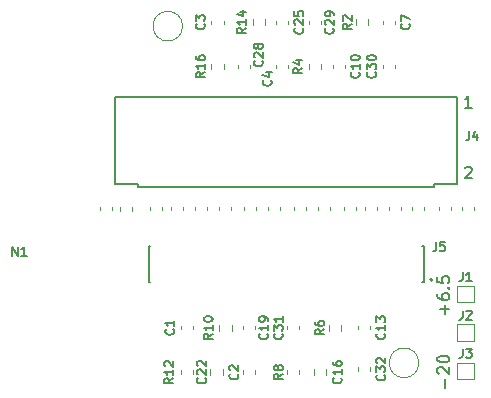
<source format=gbr>
%TF.GenerationSoftware,KiCad,Pcbnew,7.0.6-7.0.6~ubuntu22.04.1*%
%TF.CreationDate,2023-07-31T15:05:58-04:00*%
%TF.ProjectId,readout-box,72656164-6f75-4742-9d62-6f782e6b6963,rev?*%
%TF.SameCoordinates,Original*%
%TF.FileFunction,Legend,Top*%
%TF.FilePolarity,Positive*%
%FSLAX46Y46*%
G04 Gerber Fmt 4.6, Leading zero omitted, Abs format (unit mm)*
G04 Created by KiCad (PCBNEW 7.0.6-7.0.6~ubuntu22.04.1) date 2023-07-31 15:05:58*
%MOMM*%
%LPD*%
G01*
G04 APERTURE LIST*
%ADD10C,0.150000*%
%ADD11C,0.127000*%
%ADD12C,0.120000*%
%ADD13C,0.100000*%
%ADD14C,0.200000*%
G04 APERTURE END LIST*
D10*
X73738866Y-61163220D02*
X73738866Y-60401316D01*
X74119819Y-60782268D02*
X73357914Y-60782268D01*
X73119819Y-59496554D02*
X73119819Y-59687030D01*
X73119819Y-59687030D02*
X73167438Y-59782268D01*
X73167438Y-59782268D02*
X73215057Y-59829887D01*
X73215057Y-59829887D02*
X73357914Y-59925125D01*
X73357914Y-59925125D02*
X73548390Y-59972744D01*
X73548390Y-59972744D02*
X73929342Y-59972744D01*
X73929342Y-59972744D02*
X74024580Y-59925125D01*
X74024580Y-59925125D02*
X74072200Y-59877506D01*
X74072200Y-59877506D02*
X74119819Y-59782268D01*
X74119819Y-59782268D02*
X74119819Y-59591792D01*
X74119819Y-59591792D02*
X74072200Y-59496554D01*
X74072200Y-59496554D02*
X74024580Y-59448935D01*
X74024580Y-59448935D02*
X73929342Y-59401316D01*
X73929342Y-59401316D02*
X73691247Y-59401316D01*
X73691247Y-59401316D02*
X73596009Y-59448935D01*
X73596009Y-59448935D02*
X73548390Y-59496554D01*
X73548390Y-59496554D02*
X73500771Y-59591792D01*
X73500771Y-59591792D02*
X73500771Y-59782268D01*
X73500771Y-59782268D02*
X73548390Y-59877506D01*
X73548390Y-59877506D02*
X73596009Y-59925125D01*
X73596009Y-59925125D02*
X73691247Y-59972744D01*
X74024580Y-58972744D02*
X74072200Y-58925125D01*
X74072200Y-58925125D02*
X74119819Y-58972744D01*
X74119819Y-58972744D02*
X74072200Y-59020363D01*
X74072200Y-59020363D02*
X74024580Y-58972744D01*
X74024580Y-58972744D02*
X74119819Y-58972744D01*
X73119819Y-58020364D02*
X73119819Y-58496554D01*
X73119819Y-58496554D02*
X73596009Y-58544173D01*
X73596009Y-58544173D02*
X73548390Y-58496554D01*
X73548390Y-58496554D02*
X73500771Y-58401316D01*
X73500771Y-58401316D02*
X73500771Y-58163221D01*
X73500771Y-58163221D02*
X73548390Y-58067983D01*
X73548390Y-58067983D02*
X73596009Y-58020364D01*
X73596009Y-58020364D02*
X73691247Y-57972745D01*
X73691247Y-57972745D02*
X73929342Y-57972745D01*
X73929342Y-57972745D02*
X74024580Y-58020364D01*
X74024580Y-58020364D02*
X74072200Y-58067983D01*
X74072200Y-58067983D02*
X74119819Y-58163221D01*
X74119819Y-58163221D02*
X74119819Y-58401316D01*
X74119819Y-58401316D02*
X74072200Y-58496554D01*
X74072200Y-58496554D02*
X74024580Y-58544173D01*
X73738866Y-67413220D02*
X73738866Y-66651316D01*
X73215057Y-66222744D02*
X73167438Y-66175125D01*
X73167438Y-66175125D02*
X73119819Y-66079887D01*
X73119819Y-66079887D02*
X73119819Y-65841792D01*
X73119819Y-65841792D02*
X73167438Y-65746554D01*
X73167438Y-65746554D02*
X73215057Y-65698935D01*
X73215057Y-65698935D02*
X73310295Y-65651316D01*
X73310295Y-65651316D02*
X73405533Y-65651316D01*
X73405533Y-65651316D02*
X73548390Y-65698935D01*
X73548390Y-65698935D02*
X74119819Y-66270363D01*
X74119819Y-66270363D02*
X74119819Y-65651316D01*
X73119819Y-65032268D02*
X73119819Y-64937030D01*
X73119819Y-64937030D02*
X73167438Y-64841792D01*
X73167438Y-64841792D02*
X73215057Y-64794173D01*
X73215057Y-64794173D02*
X73310295Y-64746554D01*
X73310295Y-64746554D02*
X73500771Y-64698935D01*
X73500771Y-64698935D02*
X73738866Y-64698935D01*
X73738866Y-64698935D02*
X73929342Y-64746554D01*
X73929342Y-64746554D02*
X74024580Y-64794173D01*
X74024580Y-64794173D02*
X74072200Y-64841792D01*
X74072200Y-64841792D02*
X74119819Y-64937030D01*
X74119819Y-64937030D02*
X74119819Y-65032268D01*
X74119819Y-65032268D02*
X74072200Y-65127506D01*
X74072200Y-65127506D02*
X74024580Y-65175125D01*
X74024580Y-65175125D02*
X73929342Y-65222744D01*
X73929342Y-65222744D02*
X73738866Y-65270363D01*
X73738866Y-65270363D02*
X73500771Y-65270363D01*
X73500771Y-65270363D02*
X73310295Y-65222744D01*
X73310295Y-65222744D02*
X73215057Y-65175125D01*
X73215057Y-65175125D02*
X73167438Y-65127506D01*
X73167438Y-65127506D02*
X73119819Y-65032268D01*
D11*
X59023340Y-41376999D02*
X59059626Y-41413285D01*
X59059626Y-41413285D02*
X59095911Y-41522142D01*
X59095911Y-41522142D02*
X59095911Y-41594714D01*
X59095911Y-41594714D02*
X59059626Y-41703571D01*
X59059626Y-41703571D02*
X58987054Y-41776142D01*
X58987054Y-41776142D02*
X58914483Y-41812428D01*
X58914483Y-41812428D02*
X58769340Y-41848714D01*
X58769340Y-41848714D02*
X58660483Y-41848714D01*
X58660483Y-41848714D02*
X58515340Y-41812428D01*
X58515340Y-41812428D02*
X58442768Y-41776142D01*
X58442768Y-41776142D02*
X58370197Y-41703571D01*
X58370197Y-41703571D02*
X58333911Y-41594714D01*
X58333911Y-41594714D02*
X58333911Y-41522142D01*
X58333911Y-41522142D02*
X58370197Y-41413285D01*
X58370197Y-41413285D02*
X58406483Y-41376999D01*
X58587911Y-40723857D02*
X59095911Y-40723857D01*
X58297626Y-40905285D02*
X58841911Y-41086714D01*
X58841911Y-41086714D02*
X58841911Y-40614999D01*
X56915911Y-36964856D02*
X56553054Y-37218856D01*
X56915911Y-37400285D02*
X56153911Y-37400285D01*
X56153911Y-37400285D02*
X56153911Y-37109999D01*
X56153911Y-37109999D02*
X56190197Y-37037428D01*
X56190197Y-37037428D02*
X56226483Y-37001142D01*
X56226483Y-37001142D02*
X56299054Y-36964856D01*
X56299054Y-36964856D02*
X56407911Y-36964856D01*
X56407911Y-36964856D02*
X56480483Y-37001142D01*
X56480483Y-37001142D02*
X56516768Y-37037428D01*
X56516768Y-37037428D02*
X56553054Y-37109999D01*
X56553054Y-37109999D02*
X56553054Y-37400285D01*
X56915911Y-36239142D02*
X56915911Y-36674571D01*
X56915911Y-36456856D02*
X56153911Y-36456856D01*
X56153911Y-36456856D02*
X56262768Y-36529428D01*
X56262768Y-36529428D02*
X56335340Y-36601999D01*
X56335340Y-36601999D02*
X56371626Y-36674571D01*
X56407911Y-35586000D02*
X56915911Y-35586000D01*
X56117626Y-35767428D02*
X56661911Y-35948857D01*
X56661911Y-35948857D02*
X56661911Y-35477142D01*
X53415911Y-40714856D02*
X53053054Y-40968856D01*
X53415911Y-41150285D02*
X52653911Y-41150285D01*
X52653911Y-41150285D02*
X52653911Y-40859999D01*
X52653911Y-40859999D02*
X52690197Y-40787428D01*
X52690197Y-40787428D02*
X52726483Y-40751142D01*
X52726483Y-40751142D02*
X52799054Y-40714856D01*
X52799054Y-40714856D02*
X52907911Y-40714856D01*
X52907911Y-40714856D02*
X52980483Y-40751142D01*
X52980483Y-40751142D02*
X53016768Y-40787428D01*
X53016768Y-40787428D02*
X53053054Y-40859999D01*
X53053054Y-40859999D02*
X53053054Y-41150285D01*
X53415911Y-39989142D02*
X53415911Y-40424571D01*
X53415911Y-40206856D02*
X52653911Y-40206856D01*
X52653911Y-40206856D02*
X52762768Y-40279428D01*
X52762768Y-40279428D02*
X52835340Y-40351999D01*
X52835340Y-40351999D02*
X52871626Y-40424571D01*
X52653911Y-39336000D02*
X52653911Y-39481142D01*
X52653911Y-39481142D02*
X52690197Y-39553714D01*
X52690197Y-39553714D02*
X52726483Y-39590000D01*
X52726483Y-39590000D02*
X52835340Y-39662571D01*
X52835340Y-39662571D02*
X52980483Y-39698857D01*
X52980483Y-39698857D02*
X53270768Y-39698857D01*
X53270768Y-39698857D02*
X53343340Y-39662571D01*
X53343340Y-39662571D02*
X53379626Y-39626285D01*
X53379626Y-39626285D02*
X53415911Y-39553714D01*
X53415911Y-39553714D02*
X53415911Y-39408571D01*
X53415911Y-39408571D02*
X53379626Y-39336000D01*
X53379626Y-39336000D02*
X53343340Y-39299714D01*
X53343340Y-39299714D02*
X53270768Y-39263428D01*
X53270768Y-39263428D02*
X53089340Y-39263428D01*
X53089340Y-39263428D02*
X53016768Y-39299714D01*
X53016768Y-39299714D02*
X52980483Y-39336000D01*
X52980483Y-39336000D02*
X52944197Y-39408571D01*
X52944197Y-39408571D02*
X52944197Y-39553714D01*
X52944197Y-39553714D02*
X52980483Y-39626285D01*
X52980483Y-39626285D02*
X53016768Y-39662571D01*
X53016768Y-39662571D02*
X53089340Y-39698857D01*
X68628340Y-62834856D02*
X68664626Y-62871142D01*
X68664626Y-62871142D02*
X68700911Y-62979999D01*
X68700911Y-62979999D02*
X68700911Y-63052571D01*
X68700911Y-63052571D02*
X68664626Y-63161428D01*
X68664626Y-63161428D02*
X68592054Y-63233999D01*
X68592054Y-63233999D02*
X68519483Y-63270285D01*
X68519483Y-63270285D02*
X68374340Y-63306571D01*
X68374340Y-63306571D02*
X68265483Y-63306571D01*
X68265483Y-63306571D02*
X68120340Y-63270285D01*
X68120340Y-63270285D02*
X68047768Y-63233999D01*
X68047768Y-63233999D02*
X67975197Y-63161428D01*
X67975197Y-63161428D02*
X67938911Y-63052571D01*
X67938911Y-63052571D02*
X67938911Y-62979999D01*
X67938911Y-62979999D02*
X67975197Y-62871142D01*
X67975197Y-62871142D02*
X68011483Y-62834856D01*
X68700911Y-62109142D02*
X68700911Y-62544571D01*
X68700911Y-62326856D02*
X67938911Y-62326856D01*
X67938911Y-62326856D02*
X68047768Y-62399428D01*
X68047768Y-62399428D02*
X68120340Y-62471999D01*
X68120340Y-62471999D02*
X68156626Y-62544571D01*
X67938911Y-61855142D02*
X67938911Y-61383428D01*
X67938911Y-61383428D02*
X68229197Y-61637428D01*
X68229197Y-61637428D02*
X68229197Y-61528571D01*
X68229197Y-61528571D02*
X68265483Y-61456000D01*
X68265483Y-61456000D02*
X68301768Y-61419714D01*
X68301768Y-61419714D02*
X68374340Y-61383428D01*
X68374340Y-61383428D02*
X68555768Y-61383428D01*
X68555768Y-61383428D02*
X68628340Y-61419714D01*
X68628340Y-61419714D02*
X68664626Y-61456000D01*
X68664626Y-61456000D02*
X68700911Y-61528571D01*
X68700911Y-61528571D02*
X68700911Y-61746285D01*
X68700911Y-61746285D02*
X68664626Y-61818857D01*
X68664626Y-61818857D02*
X68628340Y-61855142D01*
X68628340Y-66334856D02*
X68664626Y-66371142D01*
X68664626Y-66371142D02*
X68700911Y-66479999D01*
X68700911Y-66479999D02*
X68700911Y-66552571D01*
X68700911Y-66552571D02*
X68664626Y-66661428D01*
X68664626Y-66661428D02*
X68592054Y-66733999D01*
X68592054Y-66733999D02*
X68519483Y-66770285D01*
X68519483Y-66770285D02*
X68374340Y-66806571D01*
X68374340Y-66806571D02*
X68265483Y-66806571D01*
X68265483Y-66806571D02*
X68120340Y-66770285D01*
X68120340Y-66770285D02*
X68047768Y-66733999D01*
X68047768Y-66733999D02*
X67975197Y-66661428D01*
X67975197Y-66661428D02*
X67938911Y-66552571D01*
X67938911Y-66552571D02*
X67938911Y-66479999D01*
X67938911Y-66479999D02*
X67975197Y-66371142D01*
X67975197Y-66371142D02*
X68011483Y-66334856D01*
X67938911Y-66080856D02*
X67938911Y-65609142D01*
X67938911Y-65609142D02*
X68229197Y-65863142D01*
X68229197Y-65863142D02*
X68229197Y-65754285D01*
X68229197Y-65754285D02*
X68265483Y-65681714D01*
X68265483Y-65681714D02*
X68301768Y-65645428D01*
X68301768Y-65645428D02*
X68374340Y-65609142D01*
X68374340Y-65609142D02*
X68555768Y-65609142D01*
X68555768Y-65609142D02*
X68628340Y-65645428D01*
X68628340Y-65645428D02*
X68664626Y-65681714D01*
X68664626Y-65681714D02*
X68700911Y-65754285D01*
X68700911Y-65754285D02*
X68700911Y-65971999D01*
X68700911Y-65971999D02*
X68664626Y-66044571D01*
X68664626Y-66044571D02*
X68628340Y-66080856D01*
X68011483Y-65318857D02*
X67975197Y-65282571D01*
X67975197Y-65282571D02*
X67938911Y-65210000D01*
X67938911Y-65210000D02*
X67938911Y-65028571D01*
X67938911Y-65028571D02*
X67975197Y-64956000D01*
X67975197Y-64956000D02*
X68011483Y-64919714D01*
X68011483Y-64919714D02*
X68084054Y-64883428D01*
X68084054Y-64883428D02*
X68156626Y-64883428D01*
X68156626Y-64883428D02*
X68265483Y-64919714D01*
X68265483Y-64919714D02*
X68700911Y-65355142D01*
X68700911Y-65355142D02*
X68700911Y-64883428D01*
X70703340Y-36601999D02*
X70739626Y-36638285D01*
X70739626Y-36638285D02*
X70775911Y-36747142D01*
X70775911Y-36747142D02*
X70775911Y-36819714D01*
X70775911Y-36819714D02*
X70739626Y-36928571D01*
X70739626Y-36928571D02*
X70667054Y-37001142D01*
X70667054Y-37001142D02*
X70594483Y-37037428D01*
X70594483Y-37037428D02*
X70449340Y-37073714D01*
X70449340Y-37073714D02*
X70340483Y-37073714D01*
X70340483Y-37073714D02*
X70195340Y-37037428D01*
X70195340Y-37037428D02*
X70122768Y-37001142D01*
X70122768Y-37001142D02*
X70050197Y-36928571D01*
X70050197Y-36928571D02*
X70013911Y-36819714D01*
X70013911Y-36819714D02*
X70013911Y-36747142D01*
X70013911Y-36747142D02*
X70050197Y-36638285D01*
X70050197Y-36638285D02*
X70086483Y-36601999D01*
X70013911Y-36347999D02*
X70013911Y-35839999D01*
X70013911Y-35839999D02*
X70775911Y-36166571D01*
X58698340Y-62834856D02*
X58734626Y-62871142D01*
X58734626Y-62871142D02*
X58770911Y-62979999D01*
X58770911Y-62979999D02*
X58770911Y-63052571D01*
X58770911Y-63052571D02*
X58734626Y-63161428D01*
X58734626Y-63161428D02*
X58662054Y-63233999D01*
X58662054Y-63233999D02*
X58589483Y-63270285D01*
X58589483Y-63270285D02*
X58444340Y-63306571D01*
X58444340Y-63306571D02*
X58335483Y-63306571D01*
X58335483Y-63306571D02*
X58190340Y-63270285D01*
X58190340Y-63270285D02*
X58117768Y-63233999D01*
X58117768Y-63233999D02*
X58045197Y-63161428D01*
X58045197Y-63161428D02*
X58008911Y-63052571D01*
X58008911Y-63052571D02*
X58008911Y-62979999D01*
X58008911Y-62979999D02*
X58045197Y-62871142D01*
X58045197Y-62871142D02*
X58081483Y-62834856D01*
X58770911Y-62109142D02*
X58770911Y-62544571D01*
X58770911Y-62326856D02*
X58008911Y-62326856D01*
X58008911Y-62326856D02*
X58117768Y-62399428D01*
X58117768Y-62399428D02*
X58190340Y-62471999D01*
X58190340Y-62471999D02*
X58226626Y-62544571D01*
X58770911Y-61746285D02*
X58770911Y-61601142D01*
X58770911Y-61601142D02*
X58734626Y-61528571D01*
X58734626Y-61528571D02*
X58698340Y-61492285D01*
X58698340Y-61492285D02*
X58589483Y-61419714D01*
X58589483Y-61419714D02*
X58444340Y-61383428D01*
X58444340Y-61383428D02*
X58154054Y-61383428D01*
X58154054Y-61383428D02*
X58081483Y-61419714D01*
X58081483Y-61419714D02*
X58045197Y-61456000D01*
X58045197Y-61456000D02*
X58008911Y-61528571D01*
X58008911Y-61528571D02*
X58008911Y-61673714D01*
X58008911Y-61673714D02*
X58045197Y-61746285D01*
X58045197Y-61746285D02*
X58081483Y-61782571D01*
X58081483Y-61782571D02*
X58154054Y-61818857D01*
X58154054Y-61818857D02*
X58335483Y-61818857D01*
X58335483Y-61818857D02*
X58408054Y-61782571D01*
X58408054Y-61782571D02*
X58444340Y-61746285D01*
X58444340Y-61746285D02*
X58480626Y-61673714D01*
X58480626Y-61673714D02*
X58480626Y-61528571D01*
X58480626Y-61528571D02*
X58444340Y-61456000D01*
X58444340Y-61456000D02*
X58408054Y-61419714D01*
X58408054Y-61419714D02*
X58335483Y-61383428D01*
X75246000Y-57635911D02*
X75246000Y-58180197D01*
X75246000Y-58180197D02*
X75209715Y-58289054D01*
X75209715Y-58289054D02*
X75137143Y-58361626D01*
X75137143Y-58361626D02*
X75028286Y-58397911D01*
X75028286Y-58397911D02*
X74955715Y-58397911D01*
X76008000Y-58397911D02*
X75572571Y-58397911D01*
X75790286Y-58397911D02*
X75790286Y-57635911D01*
X75790286Y-57635911D02*
X75717714Y-57744768D01*
X75717714Y-57744768D02*
X75645143Y-57817340D01*
X75645143Y-57817340D02*
X75572571Y-57853626D01*
X60020911Y-66231999D02*
X59658054Y-66485999D01*
X60020911Y-66667428D02*
X59258911Y-66667428D01*
X59258911Y-66667428D02*
X59258911Y-66377142D01*
X59258911Y-66377142D02*
X59295197Y-66304571D01*
X59295197Y-66304571D02*
X59331483Y-66268285D01*
X59331483Y-66268285D02*
X59404054Y-66231999D01*
X59404054Y-66231999D02*
X59512911Y-66231999D01*
X59512911Y-66231999D02*
X59585483Y-66268285D01*
X59585483Y-66268285D02*
X59621768Y-66304571D01*
X59621768Y-66304571D02*
X59658054Y-66377142D01*
X59658054Y-66377142D02*
X59658054Y-66667428D01*
X59585483Y-65796571D02*
X59549197Y-65869142D01*
X59549197Y-65869142D02*
X59512911Y-65905428D01*
X59512911Y-65905428D02*
X59440340Y-65941714D01*
X59440340Y-65941714D02*
X59404054Y-65941714D01*
X59404054Y-65941714D02*
X59331483Y-65905428D01*
X59331483Y-65905428D02*
X59295197Y-65869142D01*
X59295197Y-65869142D02*
X59258911Y-65796571D01*
X59258911Y-65796571D02*
X59258911Y-65651428D01*
X59258911Y-65651428D02*
X59295197Y-65578857D01*
X59295197Y-65578857D02*
X59331483Y-65542571D01*
X59331483Y-65542571D02*
X59404054Y-65506285D01*
X59404054Y-65506285D02*
X59440340Y-65506285D01*
X59440340Y-65506285D02*
X59512911Y-65542571D01*
X59512911Y-65542571D02*
X59549197Y-65578857D01*
X59549197Y-65578857D02*
X59585483Y-65651428D01*
X59585483Y-65651428D02*
X59585483Y-65796571D01*
X59585483Y-65796571D02*
X59621768Y-65869142D01*
X59621768Y-65869142D02*
X59658054Y-65905428D01*
X59658054Y-65905428D02*
X59730626Y-65941714D01*
X59730626Y-65941714D02*
X59875768Y-65941714D01*
X59875768Y-65941714D02*
X59948340Y-65905428D01*
X59948340Y-65905428D02*
X59984626Y-65869142D01*
X59984626Y-65869142D02*
X60020911Y-65796571D01*
X60020911Y-65796571D02*
X60020911Y-65651428D01*
X60020911Y-65651428D02*
X59984626Y-65578857D01*
X59984626Y-65578857D02*
X59948340Y-65542571D01*
X59948340Y-65542571D02*
X59875768Y-65506285D01*
X59875768Y-65506285D02*
X59730626Y-65506285D01*
X59730626Y-65506285D02*
X59658054Y-65542571D01*
X59658054Y-65542571D02*
X59621768Y-65578857D01*
X59621768Y-65578857D02*
X59585483Y-65651428D01*
X53343340Y-36601999D02*
X53379626Y-36638285D01*
X53379626Y-36638285D02*
X53415911Y-36747142D01*
X53415911Y-36747142D02*
X53415911Y-36819714D01*
X53415911Y-36819714D02*
X53379626Y-36928571D01*
X53379626Y-36928571D02*
X53307054Y-37001142D01*
X53307054Y-37001142D02*
X53234483Y-37037428D01*
X53234483Y-37037428D02*
X53089340Y-37073714D01*
X53089340Y-37073714D02*
X52980483Y-37073714D01*
X52980483Y-37073714D02*
X52835340Y-37037428D01*
X52835340Y-37037428D02*
X52762768Y-37001142D01*
X52762768Y-37001142D02*
X52690197Y-36928571D01*
X52690197Y-36928571D02*
X52653911Y-36819714D01*
X52653911Y-36819714D02*
X52653911Y-36747142D01*
X52653911Y-36747142D02*
X52690197Y-36638285D01*
X52690197Y-36638285D02*
X52726483Y-36601999D01*
X52653911Y-36347999D02*
X52653911Y-35876285D01*
X52653911Y-35876285D02*
X52944197Y-36130285D01*
X52944197Y-36130285D02*
X52944197Y-36021428D01*
X52944197Y-36021428D02*
X52980483Y-35948857D01*
X52980483Y-35948857D02*
X53016768Y-35912571D01*
X53016768Y-35912571D02*
X53089340Y-35876285D01*
X53089340Y-35876285D02*
X53270768Y-35876285D01*
X53270768Y-35876285D02*
X53343340Y-35912571D01*
X53343340Y-35912571D02*
X53379626Y-35948857D01*
X53379626Y-35948857D02*
X53415911Y-36021428D01*
X53415911Y-36021428D02*
X53415911Y-36239142D01*
X53415911Y-36239142D02*
X53379626Y-36311714D01*
X53379626Y-36311714D02*
X53343340Y-36347999D01*
X64948340Y-66584856D02*
X64984626Y-66621142D01*
X64984626Y-66621142D02*
X65020911Y-66729999D01*
X65020911Y-66729999D02*
X65020911Y-66802571D01*
X65020911Y-66802571D02*
X64984626Y-66911428D01*
X64984626Y-66911428D02*
X64912054Y-66983999D01*
X64912054Y-66983999D02*
X64839483Y-67020285D01*
X64839483Y-67020285D02*
X64694340Y-67056571D01*
X64694340Y-67056571D02*
X64585483Y-67056571D01*
X64585483Y-67056571D02*
X64440340Y-67020285D01*
X64440340Y-67020285D02*
X64367768Y-66983999D01*
X64367768Y-66983999D02*
X64295197Y-66911428D01*
X64295197Y-66911428D02*
X64258911Y-66802571D01*
X64258911Y-66802571D02*
X64258911Y-66729999D01*
X64258911Y-66729999D02*
X64295197Y-66621142D01*
X64295197Y-66621142D02*
X64331483Y-66584856D01*
X65020911Y-65859142D02*
X65020911Y-66294571D01*
X65020911Y-66076856D02*
X64258911Y-66076856D01*
X64258911Y-66076856D02*
X64367768Y-66149428D01*
X64367768Y-66149428D02*
X64440340Y-66221999D01*
X64440340Y-66221999D02*
X64476626Y-66294571D01*
X64258911Y-65206000D02*
X64258911Y-65351142D01*
X64258911Y-65351142D02*
X64295197Y-65423714D01*
X64295197Y-65423714D02*
X64331483Y-65460000D01*
X64331483Y-65460000D02*
X64440340Y-65532571D01*
X64440340Y-65532571D02*
X64585483Y-65568857D01*
X64585483Y-65568857D02*
X64875768Y-65568857D01*
X64875768Y-65568857D02*
X64948340Y-65532571D01*
X64948340Y-65532571D02*
X64984626Y-65496285D01*
X64984626Y-65496285D02*
X65020911Y-65423714D01*
X65020911Y-65423714D02*
X65020911Y-65278571D01*
X65020911Y-65278571D02*
X64984626Y-65206000D01*
X64984626Y-65206000D02*
X64948340Y-65169714D01*
X64948340Y-65169714D02*
X64875768Y-65133428D01*
X64875768Y-65133428D02*
X64694340Y-65133428D01*
X64694340Y-65133428D02*
X64621768Y-65169714D01*
X64621768Y-65169714D02*
X64585483Y-65206000D01*
X64585483Y-65206000D02*
X64549197Y-65278571D01*
X64549197Y-65278571D02*
X64549197Y-65423714D01*
X64549197Y-65423714D02*
X64585483Y-65496285D01*
X64585483Y-65496285D02*
X64621768Y-65532571D01*
X64621768Y-65532571D02*
X64694340Y-65568857D01*
X37138428Y-56225911D02*
X37138428Y-55463911D01*
X37138428Y-55463911D02*
X37573857Y-56225911D01*
X37573857Y-56225911D02*
X37573857Y-55463911D01*
X38335857Y-56225911D02*
X37900428Y-56225911D01*
X38118143Y-56225911D02*
X38118143Y-55463911D01*
X38118143Y-55463911D02*
X38045571Y-55572768D01*
X38045571Y-55572768D02*
X37973000Y-55645340D01*
X37973000Y-55645340D02*
X37900428Y-55681626D01*
X65845911Y-36626999D02*
X65483054Y-36880999D01*
X65845911Y-37062428D02*
X65083911Y-37062428D01*
X65083911Y-37062428D02*
X65083911Y-36772142D01*
X65083911Y-36772142D02*
X65120197Y-36699571D01*
X65120197Y-36699571D02*
X65156483Y-36663285D01*
X65156483Y-36663285D02*
X65229054Y-36626999D01*
X65229054Y-36626999D02*
X65337911Y-36626999D01*
X65337911Y-36626999D02*
X65410483Y-36663285D01*
X65410483Y-36663285D02*
X65446768Y-36699571D01*
X65446768Y-36699571D02*
X65483054Y-36772142D01*
X65483054Y-36772142D02*
X65483054Y-37062428D01*
X65156483Y-36336714D02*
X65120197Y-36300428D01*
X65120197Y-36300428D02*
X65083911Y-36227857D01*
X65083911Y-36227857D02*
X65083911Y-36046428D01*
X65083911Y-36046428D02*
X65120197Y-35973857D01*
X65120197Y-35973857D02*
X65156483Y-35937571D01*
X65156483Y-35937571D02*
X65229054Y-35901285D01*
X65229054Y-35901285D02*
X65301626Y-35901285D01*
X65301626Y-35901285D02*
X65410483Y-35937571D01*
X65410483Y-35937571D02*
X65845911Y-36372999D01*
X65845911Y-36372999D02*
X65845911Y-35901285D01*
X75246000Y-60885911D02*
X75246000Y-61430197D01*
X75246000Y-61430197D02*
X75209715Y-61539054D01*
X75209715Y-61539054D02*
X75137143Y-61611626D01*
X75137143Y-61611626D02*
X75028286Y-61647911D01*
X75028286Y-61647911D02*
X74955715Y-61647911D01*
X75572571Y-60958483D02*
X75608857Y-60922197D01*
X75608857Y-60922197D02*
X75681429Y-60885911D01*
X75681429Y-60885911D02*
X75862857Y-60885911D01*
X75862857Y-60885911D02*
X75935429Y-60922197D01*
X75935429Y-60922197D02*
X75971714Y-60958483D01*
X75971714Y-60958483D02*
X76008000Y-61031054D01*
X76008000Y-61031054D02*
X76008000Y-61103626D01*
X76008000Y-61103626D02*
X75971714Y-61212483D01*
X75971714Y-61212483D02*
X75536286Y-61647911D01*
X75536286Y-61647911D02*
X76008000Y-61647911D01*
X53448340Y-66584856D02*
X53484626Y-66621142D01*
X53484626Y-66621142D02*
X53520911Y-66729999D01*
X53520911Y-66729999D02*
X53520911Y-66802571D01*
X53520911Y-66802571D02*
X53484626Y-66911428D01*
X53484626Y-66911428D02*
X53412054Y-66983999D01*
X53412054Y-66983999D02*
X53339483Y-67020285D01*
X53339483Y-67020285D02*
X53194340Y-67056571D01*
X53194340Y-67056571D02*
X53085483Y-67056571D01*
X53085483Y-67056571D02*
X52940340Y-67020285D01*
X52940340Y-67020285D02*
X52867768Y-66983999D01*
X52867768Y-66983999D02*
X52795197Y-66911428D01*
X52795197Y-66911428D02*
X52758911Y-66802571D01*
X52758911Y-66802571D02*
X52758911Y-66729999D01*
X52758911Y-66729999D02*
X52795197Y-66621142D01*
X52795197Y-66621142D02*
X52831483Y-66584856D01*
X52831483Y-66294571D02*
X52795197Y-66258285D01*
X52795197Y-66258285D02*
X52758911Y-66185714D01*
X52758911Y-66185714D02*
X52758911Y-66004285D01*
X52758911Y-66004285D02*
X52795197Y-65931714D01*
X52795197Y-65931714D02*
X52831483Y-65895428D01*
X52831483Y-65895428D02*
X52904054Y-65859142D01*
X52904054Y-65859142D02*
X52976626Y-65859142D01*
X52976626Y-65859142D02*
X53085483Y-65895428D01*
X53085483Y-65895428D02*
X53520911Y-66330856D01*
X53520911Y-66330856D02*
X53520911Y-65859142D01*
X52831483Y-65568857D02*
X52795197Y-65532571D01*
X52795197Y-65532571D02*
X52758911Y-65460000D01*
X52758911Y-65460000D02*
X52758911Y-65278571D01*
X52758911Y-65278571D02*
X52795197Y-65206000D01*
X52795197Y-65206000D02*
X52831483Y-65169714D01*
X52831483Y-65169714D02*
X52904054Y-65133428D01*
X52904054Y-65133428D02*
X52976626Y-65133428D01*
X52976626Y-65133428D02*
X53085483Y-65169714D01*
X53085483Y-65169714D02*
X53520911Y-65605142D01*
X53520911Y-65605142D02*
X53520911Y-65133428D01*
X72996000Y-55083911D02*
X72996000Y-55628197D01*
X72996000Y-55628197D02*
X72959715Y-55737054D01*
X72959715Y-55737054D02*
X72887143Y-55809626D01*
X72887143Y-55809626D02*
X72778286Y-55845911D01*
X72778286Y-55845911D02*
X72705715Y-55845911D01*
X73721714Y-55083911D02*
X73358857Y-55083911D01*
X73358857Y-55083911D02*
X73322571Y-55446768D01*
X73322571Y-55446768D02*
X73358857Y-55410483D01*
X73358857Y-55410483D02*
X73431429Y-55374197D01*
X73431429Y-55374197D02*
X73612857Y-55374197D01*
X73612857Y-55374197D02*
X73685429Y-55410483D01*
X73685429Y-55410483D02*
X73721714Y-55446768D01*
X73721714Y-55446768D02*
X73758000Y-55519340D01*
X73758000Y-55519340D02*
X73758000Y-55700768D01*
X73758000Y-55700768D02*
X73721714Y-55773340D01*
X73721714Y-55773340D02*
X73685429Y-55809626D01*
X73685429Y-55809626D02*
X73612857Y-55845911D01*
X73612857Y-55845911D02*
X73431429Y-55845911D01*
X73431429Y-55845911D02*
X73358857Y-55809626D01*
X73358857Y-55809626D02*
X73322571Y-55773340D01*
X75246000Y-64135911D02*
X75246000Y-64680197D01*
X75246000Y-64680197D02*
X75209715Y-64789054D01*
X75209715Y-64789054D02*
X75137143Y-64861626D01*
X75137143Y-64861626D02*
X75028286Y-64897911D01*
X75028286Y-64897911D02*
X74955715Y-64897911D01*
X75536286Y-64135911D02*
X76008000Y-64135911D01*
X76008000Y-64135911D02*
X75754000Y-64426197D01*
X75754000Y-64426197D02*
X75862857Y-64426197D01*
X75862857Y-64426197D02*
X75935429Y-64462483D01*
X75935429Y-64462483D02*
X75971714Y-64498768D01*
X75971714Y-64498768D02*
X76008000Y-64571340D01*
X76008000Y-64571340D02*
X76008000Y-64752768D01*
X76008000Y-64752768D02*
X75971714Y-64825340D01*
X75971714Y-64825340D02*
X75935429Y-64861626D01*
X75935429Y-64861626D02*
X75862857Y-64897911D01*
X75862857Y-64897911D02*
X75645143Y-64897911D01*
X75645143Y-64897911D02*
X75572571Y-64861626D01*
X75572571Y-64861626D02*
X75536286Y-64825340D01*
X61703340Y-36964856D02*
X61739626Y-37001142D01*
X61739626Y-37001142D02*
X61775911Y-37109999D01*
X61775911Y-37109999D02*
X61775911Y-37182571D01*
X61775911Y-37182571D02*
X61739626Y-37291428D01*
X61739626Y-37291428D02*
X61667054Y-37363999D01*
X61667054Y-37363999D02*
X61594483Y-37400285D01*
X61594483Y-37400285D02*
X61449340Y-37436571D01*
X61449340Y-37436571D02*
X61340483Y-37436571D01*
X61340483Y-37436571D02*
X61195340Y-37400285D01*
X61195340Y-37400285D02*
X61122768Y-37363999D01*
X61122768Y-37363999D02*
X61050197Y-37291428D01*
X61050197Y-37291428D02*
X61013911Y-37182571D01*
X61013911Y-37182571D02*
X61013911Y-37109999D01*
X61013911Y-37109999D02*
X61050197Y-37001142D01*
X61050197Y-37001142D02*
X61086483Y-36964856D01*
X61086483Y-36674571D02*
X61050197Y-36638285D01*
X61050197Y-36638285D02*
X61013911Y-36565714D01*
X61013911Y-36565714D02*
X61013911Y-36384285D01*
X61013911Y-36384285D02*
X61050197Y-36311714D01*
X61050197Y-36311714D02*
X61086483Y-36275428D01*
X61086483Y-36275428D02*
X61159054Y-36239142D01*
X61159054Y-36239142D02*
X61231626Y-36239142D01*
X61231626Y-36239142D02*
X61340483Y-36275428D01*
X61340483Y-36275428D02*
X61775911Y-36710856D01*
X61775911Y-36710856D02*
X61775911Y-36239142D01*
X61013911Y-35549714D02*
X61013911Y-35912571D01*
X61013911Y-35912571D02*
X61376768Y-35948857D01*
X61376768Y-35948857D02*
X61340483Y-35912571D01*
X61340483Y-35912571D02*
X61304197Y-35840000D01*
X61304197Y-35840000D02*
X61304197Y-35658571D01*
X61304197Y-35658571D02*
X61340483Y-35586000D01*
X61340483Y-35586000D02*
X61376768Y-35549714D01*
X61376768Y-35549714D02*
X61449340Y-35513428D01*
X61449340Y-35513428D02*
X61630768Y-35513428D01*
X61630768Y-35513428D02*
X61703340Y-35549714D01*
X61703340Y-35549714D02*
X61739626Y-35586000D01*
X61739626Y-35586000D02*
X61775911Y-35658571D01*
X61775911Y-35658571D02*
X61775911Y-35840000D01*
X61775911Y-35840000D02*
X61739626Y-35912571D01*
X61739626Y-35912571D02*
X61703340Y-35948857D01*
X59948340Y-62834856D02*
X59984626Y-62871142D01*
X59984626Y-62871142D02*
X60020911Y-62979999D01*
X60020911Y-62979999D02*
X60020911Y-63052571D01*
X60020911Y-63052571D02*
X59984626Y-63161428D01*
X59984626Y-63161428D02*
X59912054Y-63233999D01*
X59912054Y-63233999D02*
X59839483Y-63270285D01*
X59839483Y-63270285D02*
X59694340Y-63306571D01*
X59694340Y-63306571D02*
X59585483Y-63306571D01*
X59585483Y-63306571D02*
X59440340Y-63270285D01*
X59440340Y-63270285D02*
X59367768Y-63233999D01*
X59367768Y-63233999D02*
X59295197Y-63161428D01*
X59295197Y-63161428D02*
X59258911Y-63052571D01*
X59258911Y-63052571D02*
X59258911Y-62979999D01*
X59258911Y-62979999D02*
X59295197Y-62871142D01*
X59295197Y-62871142D02*
X59331483Y-62834856D01*
X59258911Y-62580856D02*
X59258911Y-62109142D01*
X59258911Y-62109142D02*
X59549197Y-62363142D01*
X59549197Y-62363142D02*
X59549197Y-62254285D01*
X59549197Y-62254285D02*
X59585483Y-62181714D01*
X59585483Y-62181714D02*
X59621768Y-62145428D01*
X59621768Y-62145428D02*
X59694340Y-62109142D01*
X59694340Y-62109142D02*
X59875768Y-62109142D01*
X59875768Y-62109142D02*
X59948340Y-62145428D01*
X59948340Y-62145428D02*
X59984626Y-62181714D01*
X59984626Y-62181714D02*
X60020911Y-62254285D01*
X60020911Y-62254285D02*
X60020911Y-62471999D01*
X60020911Y-62471999D02*
X59984626Y-62544571D01*
X59984626Y-62544571D02*
X59948340Y-62580856D01*
X60020911Y-61383428D02*
X60020911Y-61818857D01*
X60020911Y-61601142D02*
X59258911Y-61601142D01*
X59258911Y-61601142D02*
X59367768Y-61673714D01*
X59367768Y-61673714D02*
X59440340Y-61746285D01*
X59440340Y-61746285D02*
X59476626Y-61818857D01*
X64273340Y-36989856D02*
X64309626Y-37026142D01*
X64309626Y-37026142D02*
X64345911Y-37134999D01*
X64345911Y-37134999D02*
X64345911Y-37207571D01*
X64345911Y-37207571D02*
X64309626Y-37316428D01*
X64309626Y-37316428D02*
X64237054Y-37388999D01*
X64237054Y-37388999D02*
X64164483Y-37425285D01*
X64164483Y-37425285D02*
X64019340Y-37461571D01*
X64019340Y-37461571D02*
X63910483Y-37461571D01*
X63910483Y-37461571D02*
X63765340Y-37425285D01*
X63765340Y-37425285D02*
X63692768Y-37388999D01*
X63692768Y-37388999D02*
X63620197Y-37316428D01*
X63620197Y-37316428D02*
X63583911Y-37207571D01*
X63583911Y-37207571D02*
X63583911Y-37134999D01*
X63583911Y-37134999D02*
X63620197Y-37026142D01*
X63620197Y-37026142D02*
X63656483Y-36989856D01*
X63656483Y-36699571D02*
X63620197Y-36663285D01*
X63620197Y-36663285D02*
X63583911Y-36590714D01*
X63583911Y-36590714D02*
X63583911Y-36409285D01*
X63583911Y-36409285D02*
X63620197Y-36336714D01*
X63620197Y-36336714D02*
X63656483Y-36300428D01*
X63656483Y-36300428D02*
X63729054Y-36264142D01*
X63729054Y-36264142D02*
X63801626Y-36264142D01*
X63801626Y-36264142D02*
X63910483Y-36300428D01*
X63910483Y-36300428D02*
X64345911Y-36735856D01*
X64345911Y-36735856D02*
X64345911Y-36264142D01*
X64345911Y-35901285D02*
X64345911Y-35756142D01*
X64345911Y-35756142D02*
X64309626Y-35683571D01*
X64309626Y-35683571D02*
X64273340Y-35647285D01*
X64273340Y-35647285D02*
X64164483Y-35574714D01*
X64164483Y-35574714D02*
X64019340Y-35538428D01*
X64019340Y-35538428D02*
X63729054Y-35538428D01*
X63729054Y-35538428D02*
X63656483Y-35574714D01*
X63656483Y-35574714D02*
X63620197Y-35611000D01*
X63620197Y-35611000D02*
X63583911Y-35683571D01*
X63583911Y-35683571D02*
X63583911Y-35828714D01*
X63583911Y-35828714D02*
X63620197Y-35901285D01*
X63620197Y-35901285D02*
X63656483Y-35937571D01*
X63656483Y-35937571D02*
X63729054Y-35973857D01*
X63729054Y-35973857D02*
X63910483Y-35973857D01*
X63910483Y-35973857D02*
X63983054Y-35937571D01*
X63983054Y-35937571D02*
X64019340Y-35901285D01*
X64019340Y-35901285D02*
X64055626Y-35828714D01*
X64055626Y-35828714D02*
X64055626Y-35683571D01*
X64055626Y-35683571D02*
X64019340Y-35611000D01*
X64019340Y-35611000D02*
X63983054Y-35574714D01*
X63983054Y-35574714D02*
X63910483Y-35538428D01*
X54090911Y-62834856D02*
X53728054Y-63088856D01*
X54090911Y-63270285D02*
X53328911Y-63270285D01*
X53328911Y-63270285D02*
X53328911Y-62979999D01*
X53328911Y-62979999D02*
X53365197Y-62907428D01*
X53365197Y-62907428D02*
X53401483Y-62871142D01*
X53401483Y-62871142D02*
X53474054Y-62834856D01*
X53474054Y-62834856D02*
X53582911Y-62834856D01*
X53582911Y-62834856D02*
X53655483Y-62871142D01*
X53655483Y-62871142D02*
X53691768Y-62907428D01*
X53691768Y-62907428D02*
X53728054Y-62979999D01*
X53728054Y-62979999D02*
X53728054Y-63270285D01*
X54090911Y-62109142D02*
X54090911Y-62544571D01*
X54090911Y-62326856D02*
X53328911Y-62326856D01*
X53328911Y-62326856D02*
X53437768Y-62399428D01*
X53437768Y-62399428D02*
X53510340Y-62471999D01*
X53510340Y-62471999D02*
X53546626Y-62544571D01*
X53328911Y-61637428D02*
X53328911Y-61564857D01*
X53328911Y-61564857D02*
X53365197Y-61492285D01*
X53365197Y-61492285D02*
X53401483Y-61456000D01*
X53401483Y-61456000D02*
X53474054Y-61419714D01*
X53474054Y-61419714D02*
X53619197Y-61383428D01*
X53619197Y-61383428D02*
X53800626Y-61383428D01*
X53800626Y-61383428D02*
X53945768Y-61419714D01*
X53945768Y-61419714D02*
X54018340Y-61456000D01*
X54018340Y-61456000D02*
X54054626Y-61492285D01*
X54054626Y-61492285D02*
X54090911Y-61564857D01*
X54090911Y-61564857D02*
X54090911Y-61637428D01*
X54090911Y-61637428D02*
X54054626Y-61710000D01*
X54054626Y-61710000D02*
X54018340Y-61746285D01*
X54018340Y-61746285D02*
X53945768Y-61782571D01*
X53945768Y-61782571D02*
X53800626Y-61818857D01*
X53800626Y-61818857D02*
X53619197Y-61818857D01*
X53619197Y-61818857D02*
X53474054Y-61782571D01*
X53474054Y-61782571D02*
X53401483Y-61746285D01*
X53401483Y-61746285D02*
X53365197Y-61710000D01*
X53365197Y-61710000D02*
X53328911Y-61637428D01*
X66453340Y-40714856D02*
X66489626Y-40751142D01*
X66489626Y-40751142D02*
X66525911Y-40859999D01*
X66525911Y-40859999D02*
X66525911Y-40932571D01*
X66525911Y-40932571D02*
X66489626Y-41041428D01*
X66489626Y-41041428D02*
X66417054Y-41113999D01*
X66417054Y-41113999D02*
X66344483Y-41150285D01*
X66344483Y-41150285D02*
X66199340Y-41186571D01*
X66199340Y-41186571D02*
X66090483Y-41186571D01*
X66090483Y-41186571D02*
X65945340Y-41150285D01*
X65945340Y-41150285D02*
X65872768Y-41113999D01*
X65872768Y-41113999D02*
X65800197Y-41041428D01*
X65800197Y-41041428D02*
X65763911Y-40932571D01*
X65763911Y-40932571D02*
X65763911Y-40859999D01*
X65763911Y-40859999D02*
X65800197Y-40751142D01*
X65800197Y-40751142D02*
X65836483Y-40714856D01*
X66525911Y-39989142D02*
X66525911Y-40424571D01*
X66525911Y-40206856D02*
X65763911Y-40206856D01*
X65763911Y-40206856D02*
X65872768Y-40279428D01*
X65872768Y-40279428D02*
X65945340Y-40351999D01*
X65945340Y-40351999D02*
X65981626Y-40424571D01*
X65763911Y-39517428D02*
X65763911Y-39444857D01*
X65763911Y-39444857D02*
X65800197Y-39372285D01*
X65800197Y-39372285D02*
X65836483Y-39336000D01*
X65836483Y-39336000D02*
X65909054Y-39299714D01*
X65909054Y-39299714D02*
X66054197Y-39263428D01*
X66054197Y-39263428D02*
X66235626Y-39263428D01*
X66235626Y-39263428D02*
X66380768Y-39299714D01*
X66380768Y-39299714D02*
X66453340Y-39336000D01*
X66453340Y-39336000D02*
X66489626Y-39372285D01*
X66489626Y-39372285D02*
X66525911Y-39444857D01*
X66525911Y-39444857D02*
X66525911Y-39517428D01*
X66525911Y-39517428D02*
X66489626Y-39590000D01*
X66489626Y-39590000D02*
X66453340Y-39626285D01*
X66453340Y-39626285D02*
X66380768Y-39662571D01*
X66380768Y-39662571D02*
X66235626Y-39698857D01*
X66235626Y-39698857D02*
X66054197Y-39698857D01*
X66054197Y-39698857D02*
X65909054Y-39662571D01*
X65909054Y-39662571D02*
X65836483Y-39626285D01*
X65836483Y-39626285D02*
X65800197Y-39590000D01*
X65800197Y-39590000D02*
X65763911Y-39517428D01*
X58273340Y-39739856D02*
X58309626Y-39776142D01*
X58309626Y-39776142D02*
X58345911Y-39884999D01*
X58345911Y-39884999D02*
X58345911Y-39957571D01*
X58345911Y-39957571D02*
X58309626Y-40066428D01*
X58309626Y-40066428D02*
X58237054Y-40138999D01*
X58237054Y-40138999D02*
X58164483Y-40175285D01*
X58164483Y-40175285D02*
X58019340Y-40211571D01*
X58019340Y-40211571D02*
X57910483Y-40211571D01*
X57910483Y-40211571D02*
X57765340Y-40175285D01*
X57765340Y-40175285D02*
X57692768Y-40138999D01*
X57692768Y-40138999D02*
X57620197Y-40066428D01*
X57620197Y-40066428D02*
X57583911Y-39957571D01*
X57583911Y-39957571D02*
X57583911Y-39884999D01*
X57583911Y-39884999D02*
X57620197Y-39776142D01*
X57620197Y-39776142D02*
X57656483Y-39739856D01*
X57656483Y-39449571D02*
X57620197Y-39413285D01*
X57620197Y-39413285D02*
X57583911Y-39340714D01*
X57583911Y-39340714D02*
X57583911Y-39159285D01*
X57583911Y-39159285D02*
X57620197Y-39086714D01*
X57620197Y-39086714D02*
X57656483Y-39050428D01*
X57656483Y-39050428D02*
X57729054Y-39014142D01*
X57729054Y-39014142D02*
X57801626Y-39014142D01*
X57801626Y-39014142D02*
X57910483Y-39050428D01*
X57910483Y-39050428D02*
X58345911Y-39485856D01*
X58345911Y-39485856D02*
X58345911Y-39014142D01*
X57910483Y-38578714D02*
X57874197Y-38651285D01*
X57874197Y-38651285D02*
X57837911Y-38687571D01*
X57837911Y-38687571D02*
X57765340Y-38723857D01*
X57765340Y-38723857D02*
X57729054Y-38723857D01*
X57729054Y-38723857D02*
X57656483Y-38687571D01*
X57656483Y-38687571D02*
X57620197Y-38651285D01*
X57620197Y-38651285D02*
X57583911Y-38578714D01*
X57583911Y-38578714D02*
X57583911Y-38433571D01*
X57583911Y-38433571D02*
X57620197Y-38361000D01*
X57620197Y-38361000D02*
X57656483Y-38324714D01*
X57656483Y-38324714D02*
X57729054Y-38288428D01*
X57729054Y-38288428D02*
X57765340Y-38288428D01*
X57765340Y-38288428D02*
X57837911Y-38324714D01*
X57837911Y-38324714D02*
X57874197Y-38361000D01*
X57874197Y-38361000D02*
X57910483Y-38433571D01*
X57910483Y-38433571D02*
X57910483Y-38578714D01*
X57910483Y-38578714D02*
X57946768Y-38651285D01*
X57946768Y-38651285D02*
X57983054Y-38687571D01*
X57983054Y-38687571D02*
X58055626Y-38723857D01*
X58055626Y-38723857D02*
X58200768Y-38723857D01*
X58200768Y-38723857D02*
X58273340Y-38687571D01*
X58273340Y-38687571D02*
X58309626Y-38651285D01*
X58309626Y-38651285D02*
X58345911Y-38578714D01*
X58345911Y-38578714D02*
X58345911Y-38433571D01*
X58345911Y-38433571D02*
X58309626Y-38361000D01*
X58309626Y-38361000D02*
X58273340Y-38324714D01*
X58273340Y-38324714D02*
X58200768Y-38288428D01*
X58200768Y-38288428D02*
X58055626Y-38288428D01*
X58055626Y-38288428D02*
X57983054Y-38324714D01*
X57983054Y-38324714D02*
X57946768Y-38361000D01*
X57946768Y-38361000D02*
X57910483Y-38433571D01*
X63520911Y-62471999D02*
X63158054Y-62725999D01*
X63520911Y-62907428D02*
X62758911Y-62907428D01*
X62758911Y-62907428D02*
X62758911Y-62617142D01*
X62758911Y-62617142D02*
X62795197Y-62544571D01*
X62795197Y-62544571D02*
X62831483Y-62508285D01*
X62831483Y-62508285D02*
X62904054Y-62471999D01*
X62904054Y-62471999D02*
X63012911Y-62471999D01*
X63012911Y-62471999D02*
X63085483Y-62508285D01*
X63085483Y-62508285D02*
X63121768Y-62544571D01*
X63121768Y-62544571D02*
X63158054Y-62617142D01*
X63158054Y-62617142D02*
X63158054Y-62907428D01*
X62758911Y-61818857D02*
X62758911Y-61963999D01*
X62758911Y-61963999D02*
X62795197Y-62036571D01*
X62795197Y-62036571D02*
X62831483Y-62072857D01*
X62831483Y-62072857D02*
X62940340Y-62145428D01*
X62940340Y-62145428D02*
X63085483Y-62181714D01*
X63085483Y-62181714D02*
X63375768Y-62181714D01*
X63375768Y-62181714D02*
X63448340Y-62145428D01*
X63448340Y-62145428D02*
X63484626Y-62109142D01*
X63484626Y-62109142D02*
X63520911Y-62036571D01*
X63520911Y-62036571D02*
X63520911Y-61891428D01*
X63520911Y-61891428D02*
X63484626Y-61818857D01*
X63484626Y-61818857D02*
X63448340Y-61782571D01*
X63448340Y-61782571D02*
X63375768Y-61746285D01*
X63375768Y-61746285D02*
X63194340Y-61746285D01*
X63194340Y-61746285D02*
X63121768Y-61782571D01*
X63121768Y-61782571D02*
X63085483Y-61818857D01*
X63085483Y-61818857D02*
X63049197Y-61891428D01*
X63049197Y-61891428D02*
X63049197Y-62036571D01*
X63049197Y-62036571D02*
X63085483Y-62109142D01*
X63085483Y-62109142D02*
X63121768Y-62145428D01*
X63121768Y-62145428D02*
X63194340Y-62181714D01*
X75793600Y-45710311D02*
X75793600Y-46254597D01*
X75793600Y-46254597D02*
X75757315Y-46363454D01*
X75757315Y-46363454D02*
X75684743Y-46436026D01*
X75684743Y-46436026D02*
X75575886Y-46472311D01*
X75575886Y-46472311D02*
X75503315Y-46472311D01*
X76483029Y-45964311D02*
X76483029Y-46472311D01*
X76301600Y-45674026D02*
X76120171Y-46218311D01*
X76120171Y-46218311D02*
X76591886Y-46218311D01*
D10*
X76035797Y-43704953D02*
X75464202Y-43704953D01*
X75750000Y-43704953D02*
X75750000Y-42704662D01*
X75750000Y-42704662D02*
X75654734Y-42847561D01*
X75654734Y-42847561D02*
X75559468Y-42942827D01*
X75559468Y-42942827D02*
X75464202Y-42990460D01*
X75464245Y-48799994D02*
X75511871Y-48752368D01*
X75511871Y-48752368D02*
X75607122Y-48704742D01*
X75607122Y-48704742D02*
X75845251Y-48704742D01*
X75845251Y-48704742D02*
X75940503Y-48752368D01*
X75940503Y-48752368D02*
X75988129Y-48799994D01*
X75988129Y-48799994D02*
X76035754Y-48895246D01*
X76035754Y-48895246D02*
X76035754Y-48990497D01*
X76035754Y-48990497D02*
X75988129Y-49133375D01*
X75988129Y-49133375D02*
X75416619Y-49704884D01*
X75416619Y-49704884D02*
X76035754Y-49704884D01*
D11*
X50770911Y-66609856D02*
X50408054Y-66863856D01*
X50770911Y-67045285D02*
X50008911Y-67045285D01*
X50008911Y-67045285D02*
X50008911Y-66754999D01*
X50008911Y-66754999D02*
X50045197Y-66682428D01*
X50045197Y-66682428D02*
X50081483Y-66646142D01*
X50081483Y-66646142D02*
X50154054Y-66609856D01*
X50154054Y-66609856D02*
X50262911Y-66609856D01*
X50262911Y-66609856D02*
X50335483Y-66646142D01*
X50335483Y-66646142D02*
X50371768Y-66682428D01*
X50371768Y-66682428D02*
X50408054Y-66754999D01*
X50408054Y-66754999D02*
X50408054Y-67045285D01*
X50770911Y-65884142D02*
X50770911Y-66319571D01*
X50770911Y-66101856D02*
X50008911Y-66101856D01*
X50008911Y-66101856D02*
X50117768Y-66174428D01*
X50117768Y-66174428D02*
X50190340Y-66246999D01*
X50190340Y-66246999D02*
X50226626Y-66319571D01*
X50081483Y-65593857D02*
X50045197Y-65557571D01*
X50045197Y-65557571D02*
X50008911Y-65485000D01*
X50008911Y-65485000D02*
X50008911Y-65303571D01*
X50008911Y-65303571D02*
X50045197Y-65231000D01*
X50045197Y-65231000D02*
X50081483Y-65194714D01*
X50081483Y-65194714D02*
X50154054Y-65158428D01*
X50154054Y-65158428D02*
X50226626Y-65158428D01*
X50226626Y-65158428D02*
X50335483Y-65194714D01*
X50335483Y-65194714D02*
X50770911Y-65630142D01*
X50770911Y-65630142D02*
X50770911Y-65158428D01*
X61665911Y-40351999D02*
X61303054Y-40605999D01*
X61665911Y-40787428D02*
X60903911Y-40787428D01*
X60903911Y-40787428D02*
X60903911Y-40497142D01*
X60903911Y-40497142D02*
X60940197Y-40424571D01*
X60940197Y-40424571D02*
X60976483Y-40388285D01*
X60976483Y-40388285D02*
X61049054Y-40351999D01*
X61049054Y-40351999D02*
X61157911Y-40351999D01*
X61157911Y-40351999D02*
X61230483Y-40388285D01*
X61230483Y-40388285D02*
X61266768Y-40424571D01*
X61266768Y-40424571D02*
X61303054Y-40497142D01*
X61303054Y-40497142D02*
X61303054Y-40787428D01*
X61157911Y-39698857D02*
X61665911Y-39698857D01*
X60867626Y-39880285D02*
X61411911Y-40061714D01*
X61411911Y-40061714D02*
X61411911Y-39589999D01*
X67843340Y-40714856D02*
X67879626Y-40751142D01*
X67879626Y-40751142D02*
X67915911Y-40859999D01*
X67915911Y-40859999D02*
X67915911Y-40932571D01*
X67915911Y-40932571D02*
X67879626Y-41041428D01*
X67879626Y-41041428D02*
X67807054Y-41113999D01*
X67807054Y-41113999D02*
X67734483Y-41150285D01*
X67734483Y-41150285D02*
X67589340Y-41186571D01*
X67589340Y-41186571D02*
X67480483Y-41186571D01*
X67480483Y-41186571D02*
X67335340Y-41150285D01*
X67335340Y-41150285D02*
X67262768Y-41113999D01*
X67262768Y-41113999D02*
X67190197Y-41041428D01*
X67190197Y-41041428D02*
X67153911Y-40932571D01*
X67153911Y-40932571D02*
X67153911Y-40859999D01*
X67153911Y-40859999D02*
X67190197Y-40751142D01*
X67190197Y-40751142D02*
X67226483Y-40714856D01*
X67153911Y-40460856D02*
X67153911Y-39989142D01*
X67153911Y-39989142D02*
X67444197Y-40243142D01*
X67444197Y-40243142D02*
X67444197Y-40134285D01*
X67444197Y-40134285D02*
X67480483Y-40061714D01*
X67480483Y-40061714D02*
X67516768Y-40025428D01*
X67516768Y-40025428D02*
X67589340Y-39989142D01*
X67589340Y-39989142D02*
X67770768Y-39989142D01*
X67770768Y-39989142D02*
X67843340Y-40025428D01*
X67843340Y-40025428D02*
X67879626Y-40061714D01*
X67879626Y-40061714D02*
X67915911Y-40134285D01*
X67915911Y-40134285D02*
X67915911Y-40351999D01*
X67915911Y-40351999D02*
X67879626Y-40424571D01*
X67879626Y-40424571D02*
X67843340Y-40460856D01*
X67153911Y-39517428D02*
X67153911Y-39444857D01*
X67153911Y-39444857D02*
X67190197Y-39372285D01*
X67190197Y-39372285D02*
X67226483Y-39336000D01*
X67226483Y-39336000D02*
X67299054Y-39299714D01*
X67299054Y-39299714D02*
X67444197Y-39263428D01*
X67444197Y-39263428D02*
X67625626Y-39263428D01*
X67625626Y-39263428D02*
X67770768Y-39299714D01*
X67770768Y-39299714D02*
X67843340Y-39336000D01*
X67843340Y-39336000D02*
X67879626Y-39372285D01*
X67879626Y-39372285D02*
X67915911Y-39444857D01*
X67915911Y-39444857D02*
X67915911Y-39517428D01*
X67915911Y-39517428D02*
X67879626Y-39590000D01*
X67879626Y-39590000D02*
X67843340Y-39626285D01*
X67843340Y-39626285D02*
X67770768Y-39662571D01*
X67770768Y-39662571D02*
X67625626Y-39698857D01*
X67625626Y-39698857D02*
X67444197Y-39698857D01*
X67444197Y-39698857D02*
X67299054Y-39662571D01*
X67299054Y-39662571D02*
X67226483Y-39626285D01*
X67226483Y-39626285D02*
X67190197Y-39590000D01*
X67190197Y-39590000D02*
X67153911Y-39517428D01*
X56198340Y-66246999D02*
X56234626Y-66283285D01*
X56234626Y-66283285D02*
X56270911Y-66392142D01*
X56270911Y-66392142D02*
X56270911Y-66464714D01*
X56270911Y-66464714D02*
X56234626Y-66573571D01*
X56234626Y-66573571D02*
X56162054Y-66646142D01*
X56162054Y-66646142D02*
X56089483Y-66682428D01*
X56089483Y-66682428D02*
X55944340Y-66718714D01*
X55944340Y-66718714D02*
X55835483Y-66718714D01*
X55835483Y-66718714D02*
X55690340Y-66682428D01*
X55690340Y-66682428D02*
X55617768Y-66646142D01*
X55617768Y-66646142D02*
X55545197Y-66573571D01*
X55545197Y-66573571D02*
X55508911Y-66464714D01*
X55508911Y-66464714D02*
X55508911Y-66392142D01*
X55508911Y-66392142D02*
X55545197Y-66283285D01*
X55545197Y-66283285D02*
X55581483Y-66246999D01*
X55581483Y-65956714D02*
X55545197Y-65920428D01*
X55545197Y-65920428D02*
X55508911Y-65847857D01*
X55508911Y-65847857D02*
X55508911Y-65666428D01*
X55508911Y-65666428D02*
X55545197Y-65593857D01*
X55545197Y-65593857D02*
X55581483Y-65557571D01*
X55581483Y-65557571D02*
X55654054Y-65521285D01*
X55654054Y-65521285D02*
X55726626Y-65521285D01*
X55726626Y-65521285D02*
X55835483Y-65557571D01*
X55835483Y-65557571D02*
X56270911Y-65992999D01*
X56270911Y-65992999D02*
X56270911Y-65521285D01*
X50768340Y-62471999D02*
X50804626Y-62508285D01*
X50804626Y-62508285D02*
X50840911Y-62617142D01*
X50840911Y-62617142D02*
X50840911Y-62689714D01*
X50840911Y-62689714D02*
X50804626Y-62798571D01*
X50804626Y-62798571D02*
X50732054Y-62871142D01*
X50732054Y-62871142D02*
X50659483Y-62907428D01*
X50659483Y-62907428D02*
X50514340Y-62943714D01*
X50514340Y-62943714D02*
X50405483Y-62943714D01*
X50405483Y-62943714D02*
X50260340Y-62907428D01*
X50260340Y-62907428D02*
X50187768Y-62871142D01*
X50187768Y-62871142D02*
X50115197Y-62798571D01*
X50115197Y-62798571D02*
X50078911Y-62689714D01*
X50078911Y-62689714D02*
X50078911Y-62617142D01*
X50078911Y-62617142D02*
X50115197Y-62508285D01*
X50115197Y-62508285D02*
X50151483Y-62471999D01*
X50840911Y-61746285D02*
X50840911Y-62181714D01*
X50840911Y-61963999D02*
X50078911Y-61963999D01*
X50078911Y-61963999D02*
X50187768Y-62036571D01*
X50187768Y-62036571D02*
X50260340Y-62109142D01*
X50260340Y-62109142D02*
X50296626Y-62181714D01*
D12*
%TO.C,C4*%
X59490000Y-40365580D02*
X59490000Y-40084420D01*
X60510000Y-40365580D02*
X60510000Y-40084420D01*
%TO.C,C24*%
X50552500Y-52390580D02*
X50552500Y-52109420D01*
X51572500Y-52390580D02*
X51572500Y-52109420D01*
%TO.C,R14*%
X57477500Y-36712258D02*
X57477500Y-36237742D01*
X58522500Y-36712258D02*
X58522500Y-36237742D01*
%TO.C,R16*%
X53977500Y-40462258D02*
X53977500Y-39987742D01*
X55022500Y-40462258D02*
X55022500Y-39987742D01*
%TO.C,C14*%
X62010000Y-52109420D02*
X62010000Y-52390580D01*
X60990000Y-52109420D02*
X60990000Y-52390580D01*
%TO.C,C20*%
X53635000Y-52134420D02*
X53635000Y-52415580D01*
X52615000Y-52134420D02*
X52615000Y-52415580D01*
%TO.C,C26*%
X45572500Y-52134420D02*
X45572500Y-52415580D01*
X44552500Y-52134420D02*
X44552500Y-52415580D01*
%TO.C,C13*%
X67435000Y-62204420D02*
X67435000Y-62485580D01*
X66415000Y-62204420D02*
X66415000Y-62485580D01*
%TO.C,C32*%
X67435000Y-65704420D02*
X67435000Y-65985580D01*
X66415000Y-65704420D02*
X66415000Y-65985580D01*
%TO.C,C7*%
X69510000Y-36334420D02*
X69510000Y-36615580D01*
X68490000Y-36334420D02*
X68490000Y-36615580D01*
%TO.C,C19*%
X57685000Y-62204420D02*
X57685000Y-62485580D01*
X56665000Y-62204420D02*
X56665000Y-62485580D01*
%TO.C,C9*%
X70990000Y-52370580D02*
X70990000Y-52089420D01*
X72010000Y-52370580D02*
X72010000Y-52089420D01*
%TO.C,C18*%
X58740000Y-52390580D02*
X58740000Y-52109420D01*
X59760000Y-52390580D02*
X59760000Y-52109420D01*
%TO.C,J1*%
X74800000Y-58800000D02*
X76200000Y-58800000D01*
X74800000Y-60200000D02*
X74800000Y-58800000D01*
X76200000Y-58800000D02*
X76200000Y-60200000D01*
X76200000Y-60200000D02*
X74800000Y-60200000D01*
%TO.C,R8*%
X62652500Y-66342258D02*
X62652500Y-65867742D01*
X63697500Y-66342258D02*
X63697500Y-65867742D01*
%TO.C,C5*%
X74260000Y-52134420D02*
X74260000Y-52415580D01*
X73240000Y-52134420D02*
X73240000Y-52415580D01*
%TO.C,C12*%
X66990000Y-52370580D02*
X66990000Y-52089420D01*
X68010000Y-52370580D02*
X68010000Y-52089420D01*
%TO.C,C3*%
X53990000Y-36615580D02*
X53990000Y-36334420D01*
X55010000Y-36615580D02*
X55010000Y-36334420D01*
%TO.C,C16*%
X61435000Y-65954420D02*
X61435000Y-66235580D01*
X60415000Y-65954420D02*
X60415000Y-66235580D01*
%TO.C,C17*%
X57760000Y-52109420D02*
X57760000Y-52390580D01*
X56740000Y-52109420D02*
X56740000Y-52390580D01*
%TO.C,C21*%
X54615000Y-52410580D02*
X54615000Y-52129420D01*
X55635000Y-52410580D02*
X55635000Y-52129420D01*
D13*
%TO.C,N1*%
X51542458Y-36805958D02*
G75*
G03*
X51542458Y-36805958I-1251958J0D01*
G01*
X71542458Y-65314000D02*
G75*
G03*
X71542458Y-65314000I-1251958J0D01*
G01*
D12*
%TO.C,C8*%
X70010000Y-52109420D02*
X70010000Y-52390580D01*
X68990000Y-52109420D02*
X68990000Y-52390580D01*
%TO.C,R2*%
X66227500Y-36712258D02*
X66227500Y-36237742D01*
X67272500Y-36712258D02*
X67272500Y-36237742D01*
%TO.C,J2*%
X74800000Y-62050000D02*
X76200000Y-62050000D01*
X74800000Y-63450000D02*
X74800000Y-62050000D01*
X76200000Y-62050000D02*
X76200000Y-63450000D01*
X76200000Y-63450000D02*
X74800000Y-63450000D01*
%TO.C,C11*%
X66260000Y-52109420D02*
X66260000Y-52390580D01*
X65240000Y-52109420D02*
X65240000Y-52390580D01*
%TO.C,C22*%
X52435000Y-65954420D02*
X52435000Y-66235580D01*
X51415000Y-65954420D02*
X51415000Y-66235580D01*
D14*
%TO.C,J5*%
X48705000Y-55389800D02*
X48810000Y-55389800D01*
X48705000Y-58439800D02*
X48705000Y-55389800D01*
X48810000Y-58439800D02*
X48705000Y-58439800D01*
X71840000Y-55389800D02*
X71945000Y-55389800D01*
X71840000Y-58439800D02*
X71945000Y-58439800D01*
X71945000Y-55389800D02*
X71945000Y-58439800D01*
X72695000Y-58279800D02*
G75*
G03*
X72695000Y-58279800I-100000J0D01*
G01*
D12*
%TO.C,C15*%
X62990000Y-52370580D02*
X62990000Y-52089420D01*
X64010000Y-52370580D02*
X64010000Y-52089420D01*
%TO.C,J3*%
X74800000Y-65300000D02*
X76200000Y-65300000D01*
X74800000Y-66700000D02*
X74800000Y-65300000D01*
X76200000Y-65300000D02*
X76200000Y-66700000D01*
X76200000Y-66700000D02*
X74800000Y-66700000D01*
%TO.C,C25*%
X60510000Y-36334420D02*
X60510000Y-36615580D01*
X59490000Y-36334420D02*
X59490000Y-36615580D01*
%TO.C,C31*%
X60415000Y-62485580D02*
X60415000Y-62204420D01*
X61435000Y-62485580D02*
X61435000Y-62204420D01*
%TO.C,C29*%
X62240000Y-36615580D02*
X62240000Y-36334420D01*
X63260000Y-36615580D02*
X63260000Y-36334420D01*
%TO.C,R10*%
X54652500Y-62582258D02*
X54652500Y-62107742D01*
X55697500Y-62582258D02*
X55697500Y-62107742D01*
%TO.C,C10*%
X65260000Y-40084420D02*
X65260000Y-40365580D01*
X64240000Y-40084420D02*
X64240000Y-40365580D01*
%TO.C,C28*%
X57260000Y-40084420D02*
X57260000Y-40365580D01*
X56240000Y-40084420D02*
X56240000Y-40365580D01*
%TO.C,R6*%
X63902500Y-62582258D02*
X63902500Y-62107742D01*
X64947500Y-62582258D02*
X64947500Y-62107742D01*
D11*
%TO.C,J4*%
X74803000Y-50165000D02*
X72847200Y-50165000D01*
X74803000Y-42799000D02*
X74803000Y-50165000D01*
X72847200Y-50419000D02*
X47802800Y-50419000D01*
X72847200Y-50165000D02*
X72847200Y-50419000D01*
X47802800Y-50419000D02*
X47802800Y-50165000D01*
X47802800Y-50165000D02*
X45847000Y-50165000D01*
X45847000Y-50165000D02*
X45847000Y-42799000D01*
X45847000Y-42799000D02*
X74803000Y-42799000D01*
D12*
%TO.C,R12*%
X53902500Y-66342258D02*
X53902500Y-65867742D01*
X54947500Y-66342258D02*
X54947500Y-65867742D01*
%TO.C,C6*%
X75179000Y-52390580D02*
X75179000Y-52109420D01*
X76199000Y-52390580D02*
X76199000Y-52109420D01*
%TO.C,R4*%
X62227500Y-40462258D02*
X62227500Y-39987742D01*
X63272500Y-40462258D02*
X63272500Y-39987742D01*
%TO.C,C23*%
X49822500Y-52134420D02*
X49822500Y-52415580D01*
X48802500Y-52134420D02*
X48802500Y-52415580D01*
%TO.C,C27*%
X46240000Y-52430580D02*
X46240000Y-52149420D01*
X47260000Y-52430580D02*
X47260000Y-52149420D01*
%TO.C,C30*%
X68490000Y-40365580D02*
X68490000Y-40084420D01*
X69510000Y-40365580D02*
X69510000Y-40084420D01*
%TO.C,C2*%
X57685000Y-65954420D02*
X57685000Y-66235580D01*
X56665000Y-65954420D02*
X56665000Y-66235580D01*
%TO.C,C1*%
X51415000Y-62485580D02*
X51415000Y-62204420D01*
X52435000Y-62485580D02*
X52435000Y-62204420D01*
%TD*%
M02*

</source>
